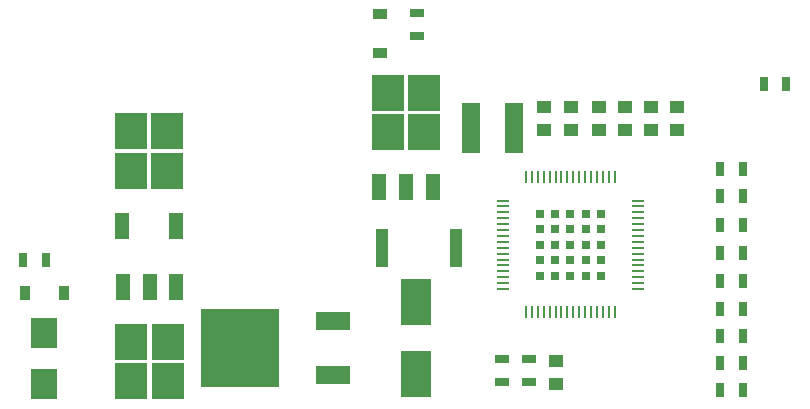
<source format=gtp>
%TF.GenerationSoftware,KiCad,Pcbnew,(5.0.2)-1*%
%TF.CreationDate,2019-01-18T18:03:32+08:00*%
%TF.ProjectId,TLF35584 breakout,544c4633-3535-4383-9420-627265616b6f,rev?*%
%TF.SameCoordinates,Original*%
%TF.FileFunction,Paste,Top*%
%TF.FilePolarity,Positive*%
%FSLAX46Y46*%
G04 Gerber Fmt 4.6, Leading zero omitted, Abs format (unit mm)*
G04 Created by KiCad (PCBNEW (5.0.2)-1) date 18/01/2019 18:03:32*
%MOMM*%
%LPD*%
G01*
G04 APERTURE LIST*
%ADD10R,1.200000X2.200000*%
%ADD11R,2.750000X3.050000*%
%ADD12R,2.500000X4.000000*%
%ADD13R,1.250000X1.000000*%
%ADD14R,0.900000X1.200000*%
%ADD15R,1.200000X0.900000*%
%ADD16R,2.300000X2.500000*%
%ADD17R,0.700000X1.300000*%
%ADD18R,1.300000X0.700000*%
%ADD19R,0.250000X1.000000*%
%ADD20R,1.000000X0.250000*%
%ADD21R,0.780000X0.780000*%
%ADD22R,3.000000X1.600000*%
%ADD23R,6.700000X6.700000*%
%ADD24R,1.000000X3.200000*%
%ADD25R,1.500000X4.200000*%
G04 APERTURE END LIST*
D10*
X126320000Y-97875000D03*
X130880000Y-97875000D03*
D11*
X130125000Y-89900000D03*
X127075000Y-93250000D03*
X127075000Y-89900000D03*
X130125000Y-93250000D03*
D12*
X151200000Y-110400000D03*
X151200000Y-104300000D03*
D13*
X162100000Y-87800000D03*
X162100000Y-89800000D03*
X164400000Y-89800000D03*
X164400000Y-87800000D03*
X166700000Y-89800000D03*
X166700000Y-87800000D03*
X168900000Y-89800000D03*
X168900000Y-87800000D03*
X163100000Y-109300000D03*
X163100000Y-111300000D03*
X171100000Y-89800000D03*
X171100000Y-87800000D03*
X173300000Y-89800000D03*
X173300000Y-87800000D03*
D14*
X121400000Y-103600000D03*
X118100000Y-103600000D03*
D15*
X148200000Y-80000000D03*
X148200000Y-83300000D03*
D16*
X119700000Y-111300000D03*
X119700000Y-107000000D03*
D10*
X130955000Y-103075000D03*
X128675000Y-103075000D03*
X126395000Y-103075000D03*
D11*
X127150000Y-111050000D03*
X130200000Y-107700000D03*
X130200000Y-111050000D03*
X127150000Y-107700000D03*
D10*
X148120000Y-94600000D03*
X150400000Y-94600000D03*
X152680000Y-94600000D03*
D11*
X151925000Y-86625000D03*
X148875000Y-89975000D03*
X148875000Y-86625000D03*
X151925000Y-89975000D03*
D17*
X118000000Y-100800000D03*
X119900000Y-100800000D03*
D18*
X151300000Y-81800000D03*
X151300000Y-79900000D03*
X158500000Y-111100000D03*
X158500000Y-109200000D03*
X160800000Y-111100000D03*
X160800000Y-109200000D03*
D17*
X177000000Y-95400000D03*
X178900000Y-95400000D03*
X177000000Y-100200000D03*
X178900000Y-100200000D03*
X177000000Y-97800000D03*
X178900000Y-97800000D03*
X177000000Y-102600000D03*
X178900000Y-102600000D03*
X177000000Y-104900000D03*
X178900000Y-104900000D03*
X177000000Y-107200000D03*
X178900000Y-107200000D03*
X177000000Y-109500000D03*
X178900000Y-109500000D03*
X177000000Y-111800000D03*
X178900000Y-111800000D03*
X177000000Y-93100000D03*
X178900000Y-93100000D03*
D19*
X160550000Y-105200000D03*
X161050000Y-105200000D03*
X161550000Y-105200000D03*
X162050000Y-105200000D03*
X162550000Y-105200000D03*
X163050000Y-105200000D03*
X163550000Y-105200000D03*
X164050000Y-105200000D03*
X164550000Y-105200000D03*
X165050000Y-105200000D03*
X165550000Y-105200000D03*
X166050000Y-105200000D03*
X166550000Y-105200000D03*
X167050000Y-105200000D03*
X167550000Y-105200000D03*
X168050000Y-105200000D03*
D20*
X170000000Y-103250000D03*
X170000000Y-102750000D03*
X170000000Y-102250000D03*
X170000000Y-101750000D03*
X170000000Y-101250000D03*
X170000000Y-100750000D03*
X170000000Y-100250000D03*
X170000000Y-99750000D03*
X170000000Y-99250000D03*
X170000000Y-98750000D03*
X170000000Y-98250000D03*
X170000000Y-97750000D03*
X170000000Y-97250000D03*
X170000000Y-96750000D03*
X170000000Y-96250000D03*
X170000000Y-95750000D03*
D19*
X168050000Y-93800000D03*
X167550000Y-93800000D03*
X167050000Y-93800000D03*
X166550000Y-93800000D03*
X166050000Y-93800000D03*
X165550000Y-93800000D03*
X165050000Y-93800000D03*
X164550000Y-93800000D03*
X164050000Y-93800000D03*
X163550000Y-93800000D03*
X163050000Y-93800000D03*
X162550000Y-93800000D03*
X162050000Y-93800000D03*
X161550000Y-93800000D03*
X161050000Y-93800000D03*
X160550000Y-93800000D03*
D20*
X158600000Y-95750000D03*
X158600000Y-96250000D03*
X158600000Y-96750000D03*
X158600000Y-97250000D03*
X158600000Y-97750000D03*
X158600000Y-98250000D03*
X158600000Y-98750000D03*
X158600000Y-99250000D03*
X158600000Y-99750000D03*
X158600000Y-100250000D03*
X158600000Y-100750000D03*
X158600000Y-101250000D03*
X158600000Y-101750000D03*
X158600000Y-102250000D03*
X158600000Y-102750000D03*
X158600000Y-103250000D03*
D21*
X161700000Y-102100000D03*
X161700000Y-100800000D03*
X161700000Y-99500000D03*
X161700000Y-98200000D03*
X161700000Y-96900000D03*
X163000000Y-102100000D03*
X163000000Y-100800000D03*
X163000000Y-99500000D03*
X163000000Y-98200000D03*
X163000000Y-96900000D03*
X164300000Y-102100000D03*
X164300000Y-100800000D03*
X164300000Y-99500000D03*
X164300000Y-98200000D03*
X164300000Y-96900000D03*
X165600000Y-102100000D03*
X165600000Y-100800000D03*
X165600000Y-99500000D03*
X165600000Y-98200000D03*
X165600000Y-96900000D03*
X166900000Y-102100000D03*
X166900000Y-100800000D03*
X166900000Y-99500000D03*
X166900000Y-98200000D03*
X166900000Y-96900000D03*
D22*
X144200000Y-110500000D03*
X144200000Y-105920000D03*
D23*
X136350000Y-108200000D03*
D24*
X148400000Y-99800000D03*
X154600000Y-99800000D03*
D25*
X159500000Y-89650000D03*
X155900000Y-89650000D03*
D17*
X180700000Y-85900000D03*
X182600000Y-85900000D03*
M02*

</source>
